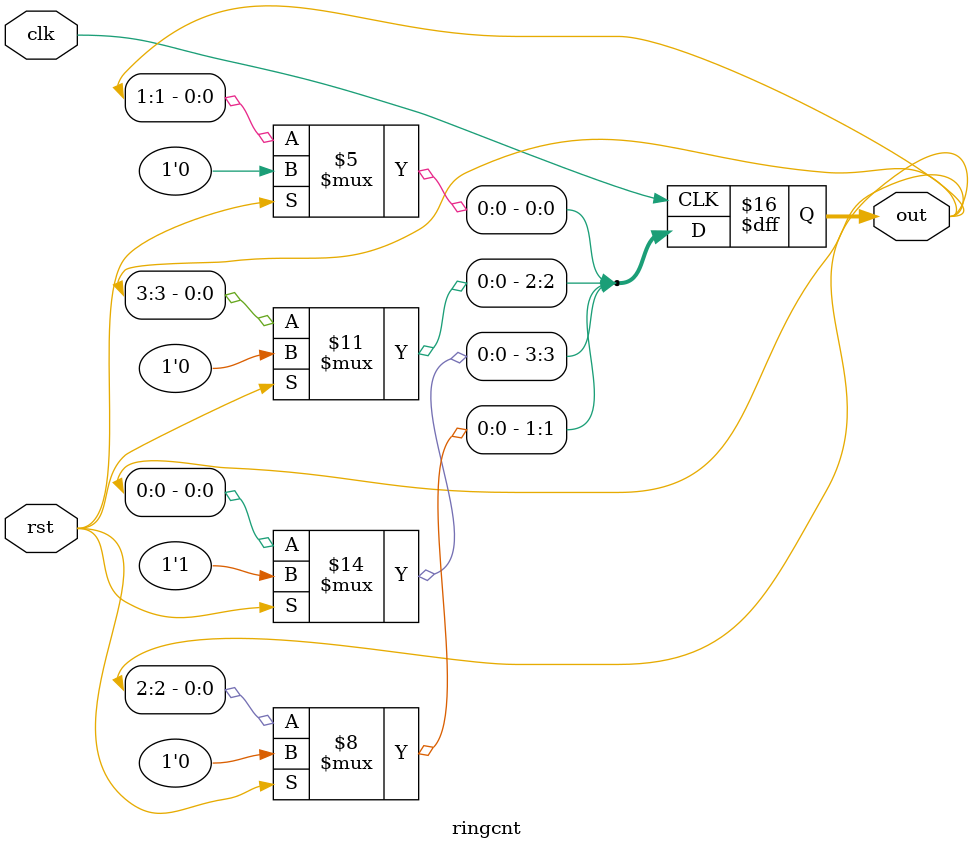
<source format=v>
`timescale 1ns / 1ps

module ringcnt(
    input clk, rst,
    output reg [3:0] out
    );
    initial out = 4'b1000;
    always @(posedge clk) begin
        if (rst==1'b1) begin
            out[3] <= 1'b1;
            out[2] <= 1'b0;
            out[1] <= 1'b0;
            out[0] <= 1'b0;
        end
        else begin
            out[3] <= out[0];
            out[2] <= out[3];
            out[1] <= out[2];
            out[0] <= out[1];
        end
    end
endmodule

</source>
